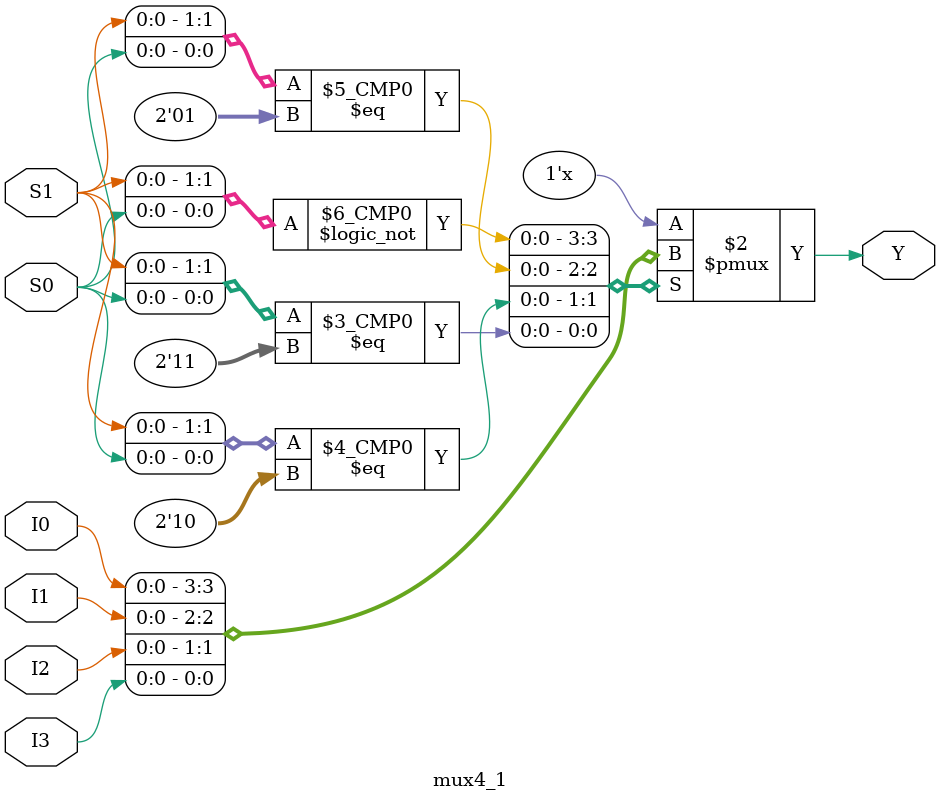
<source format=v>
module mux4_1 (
    input  wire I0, I1, I2, I3,
    input  wire S0, S1,
    output reg  Y
);
    always @(*) begin
        case ({S1, S0})
            2'b00: Y = I0;
            2'b01: Y = I1;
            2'b10: Y = I2;
            2'b11: Y = I3;
            default: Y = 1'b0;
        endcase
    end
endmodule


</source>
